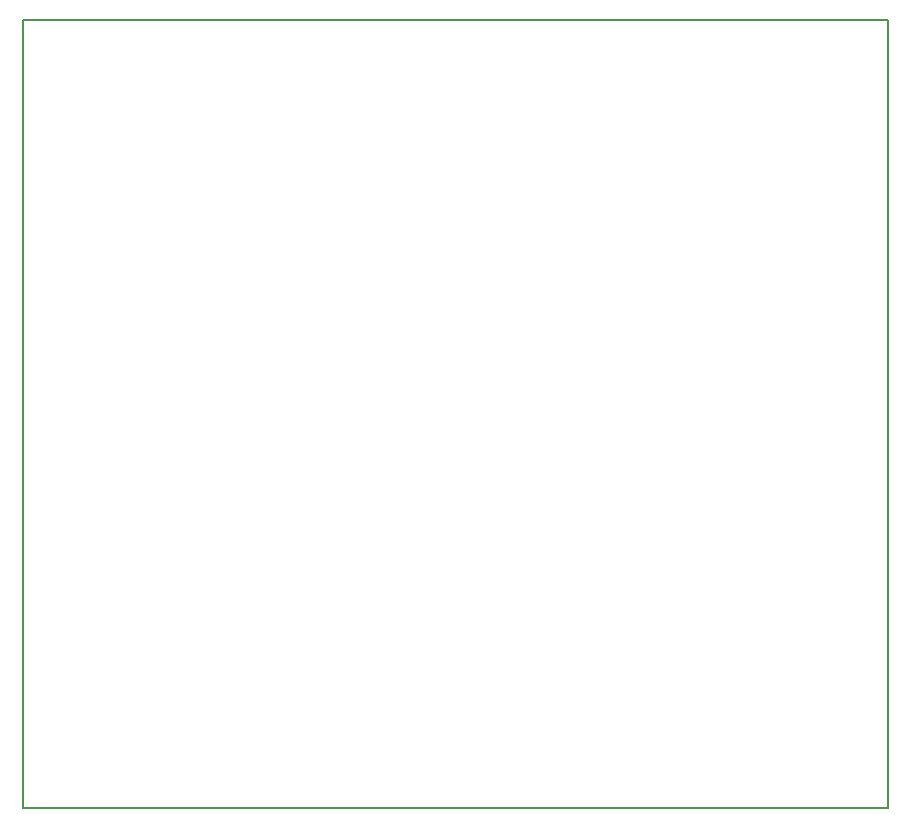
<source format=gm1>
G04 #@! TF.FileFunction,Profile,NP*
%FSLAX46Y46*%
G04 Gerber Fmt 4.6, Leading zero omitted, Abs format (unit mm)*
G04 Created by KiCad (PCBNEW 4.0.1-stable) date 17.05.2016 13:35:18*
%MOMM*%
G01*
G04 APERTURE LIST*
%ADD10C,0.100000*%
%ADD11C,0.150000*%
G04 APERTURE END LIST*
D10*
D11*
X95250000Y-48500000D02*
X168500000Y-48500000D01*
X95250000Y-115250000D02*
X95250000Y-48500000D01*
X168500000Y-115250000D02*
X95250000Y-115250000D01*
X168500000Y-48500000D02*
X168500000Y-115250000D01*
M02*

</source>
